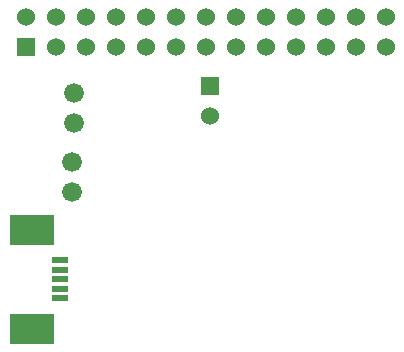
<source format=gbs>
G04 #@! TF.FileFunction,Soldermask,Bot*
%FSLAX46Y46*%
G04 Gerber Fmt 4.6, Leading zero omitted, Abs format (unit mm)*
G04 Created by KiCad (PCBNEW (after 2015-mar-04 BZR unknown)-product) date 4/21/2015 4:00:12 PM*
%MOMM*%
G01*
G04 APERTURE LIST*
%ADD10C,0.150000*%
%ADD11R,1.524000X1.524000*%
%ADD12C,1.524000*%
%ADD13R,3.799840X2.499360*%
%ADD14R,1.399540X0.500380*%
%ADD15C,1.676400*%
G04 APERTURE END LIST*
D10*
D11*
X139905000Y-77445000D03*
D12*
X139905000Y-74905000D03*
X142445000Y-77445000D03*
X142445000Y-74905000D03*
X144985000Y-77445000D03*
X144985000Y-74905000D03*
X147525000Y-77445000D03*
X147525000Y-74905000D03*
X150065000Y-77445000D03*
X150065000Y-74905000D03*
X152605000Y-77445000D03*
X152605000Y-74905000D03*
X155145000Y-77445000D03*
X155145000Y-74905000D03*
X157685000Y-77445000D03*
X157685000Y-74905000D03*
X160225000Y-77445000D03*
X160225000Y-74905000D03*
X162765000Y-77445000D03*
X162765000Y-74905000D03*
X165305000Y-77445000D03*
X165305000Y-74905000D03*
X167845000Y-77445000D03*
X167845000Y-74905000D03*
X170385000Y-77445000D03*
X170385000Y-74905000D03*
D13*
X140430780Y-92928840D03*
X140430780Y-101331160D03*
D14*
X142831080Y-95529800D03*
X142831080Y-96329900D03*
X142831080Y-98730200D03*
X142831080Y-97930100D03*
X142831080Y-97130000D03*
D11*
X155526000Y-80747000D03*
D12*
X155526000Y-83287000D03*
D15*
X143842000Y-87224000D03*
X143842000Y-89764000D03*
X143969000Y-81382000D03*
X143969000Y-83922000D03*
M02*

</source>
